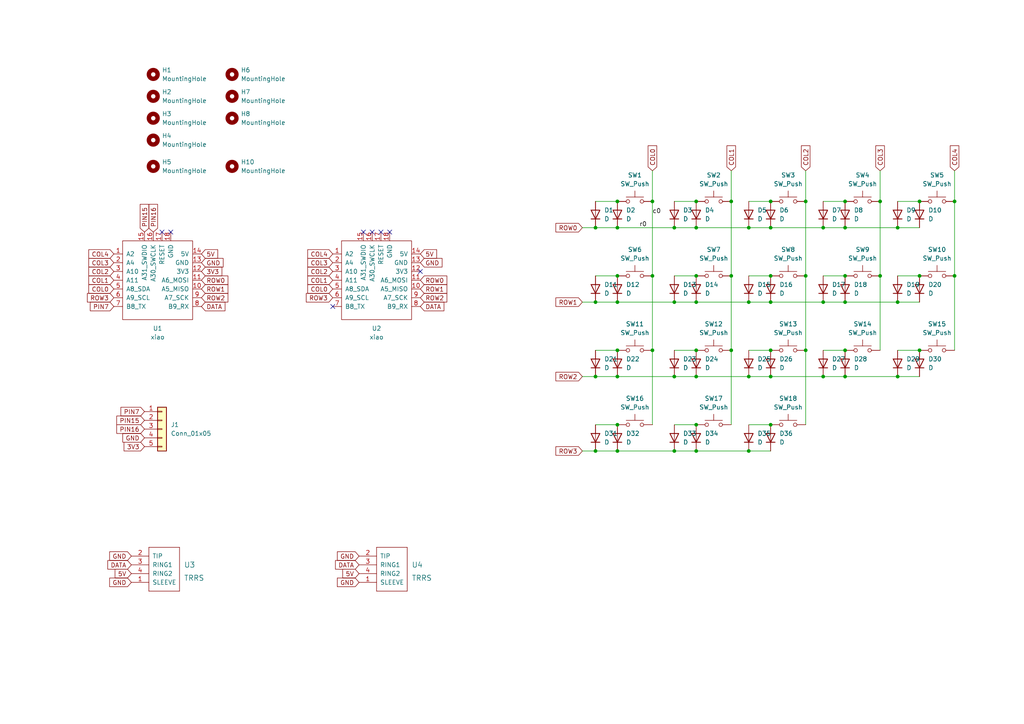
<source format=kicad_sch>
(kicad_sch (version 20230121) (generator eeschema)
  (paper "A4")
  (lib_symbols
    (symbol "Connector_Generic:Conn_01x05" (pin_names (offset 1.016) hide)
      (property "Reference" "J" (at 0 7.62 0))
      (property "Value" "Conn_01x05" (at 0 -7.62 0))
      (symbol "Conn_01x05_1_1"
        (rectangle (start -1.27 -4.953) (end 0 -5.207) (stroke (width 0.1524)))
        (rectangle (start -1.27 -2.413) (end 0 -2.667) (stroke (width 0.1524)))
        (rectangle (start -1.27 0.127) (end 0 -0.127) (stroke (width 0.1524)))
        (rectangle (start -1.27 2.667) (end 0 2.413) (stroke (width 0.1524)))
        (rectangle (start -1.27 5.207) (end 0 4.953) (stroke (width 0.1524)))
        (rectangle (start -1.27 6.35) (end 1.27 -6.35) (stroke (width 0.254)) (fill (type background)))
        (pin passive line (at -5.08 5.08 0) (length 3.81) (name "Pin_1") (number "1"))
        (pin passive line (at -5.08 2.54 0) (length 3.81) (name "Pin_2") (number "2"))
        (pin passive line (at -5.08 0 0) (length 3.81) (name "Pin_3") (number "3"))
        (pin passive line (at -5.08 -2.54 0) (length 3.81) (name "Pin_4") (number "4"))
        (pin passive line (at -5.08 -5.08 0) (length 3.81) (name "Pin_5") (number "5"))
      )
    )
    (symbol "Device:D" (pin_numbers hide) (pin_names (offset 1.016) hide)
      (property "Reference" "D" (at 0 2.54 0))
      (property "Value" "D" (at 0 -2.54 0))
      (symbol "D_0_1"
        (polyline (pts (xy -1.27 1.27) (xy -1.27 -1.27)) (stroke (width 0.254)))
        (polyline (pts (xy 1.27 0) (xy -1.27 0)))
        (polyline (pts (xy 1.27 1.27) (xy 1.27 -1.27) (xy -1.27 0) (xy 1.27 1.27)) (stroke (width 0.254)))
      )
      (symbol "D_1_1"
        (pin passive line (at -3.81 0 0) (length 2.54) (name "K") (number "1"))
        (pin passive line (at 3.81 0 180) (length 2.54) (name "A") (number "2"))
      )
    )
    (symbol "Mechanical:MountingHole" (pin_names (offset 1.016))
      (property "Reference" "H" (at 0 5.08 0))
      (property "Value" "MountingHole" (at 0 3.175 0))
      (symbol "MountingHole_0_1"
        (circle (center 0 0) (radius 1.27) (stroke (width 1.27)))
      )
    )
    (symbol "Switch:SW_Push" (pin_numbers hide) (pin_names (offset 1.016) hide)
      (property "Reference" "SW" (at 1.27 2.54 0))
      (property "Value" "SW_Push" (at 0 -1.524 0))
      (symbol "SW_Push_0_1"
        (circle (center -2.032 0) (radius 0.508))
        (polyline (pts (xy 0 1.27) (xy 0 3.048)))
        (polyline (pts (xy 2.54 1.27) (xy -2.54 1.27)))
        (circle (center 2.032 0) (radius 0.508))
        (pin passive line (at -5.08 0 0) (length 2.54) (name "1") (number "1"))
        (pin passive line (at 5.08 0 180) (length 2.54) (name "2") (number "2"))
      )
    )
    (symbol "keebio-parts:TRRS" (pin_names (offset 1.016))
      (property "Reference" "U" (at 0 15.24 0))
      (property "Value" "TRRS" (at 0 -2.54 0))
      (symbol "TRRS_0_1"
        (rectangle (start -3.81 0) (end -3.81 12.7))
        (rectangle (start -3.81 12.7) (end 5.08 12.7))
        (rectangle (start 5.08 0) (end -3.81 0))
        (rectangle (start 5.08 12.7) (end 5.08 0))
      )
      (symbol "TRRS_1_1"
        (pin input line (at -8.89 2.54 0) (length 5.08) (name "SLEEVE") (number "1"))
        (pin input line (at -8.89 10.16 0) (length 5.08) (name "TIP") (number "2"))
        (pin input line (at -8.89 7.62 0) (length 5.08) (name "RING1") (number "3"))
        (pin input line (at -8.89 5.08 0) (length 5.08) (name "RING2") (number "4"))
      )
    )
    (symbol "kleeb-mcu:xiao" (pin_names (offset 1.016))
      (property "Reference" "U" (at -10.16 15.24 0))
      (property "Value" "xiao" (at -8.89 12.7 0))
      (symbol "xiao_0_1"
        (rectangle (start -10.16 11.43) (end 10.16 -11.43))
      )
      (symbol "xiao_1_1"
        (pin bidirectional line (at -12.7 7.62 0) (length 2.54) (name "A2") (number "1"))
        (pin bidirectional line (at 12.7 -2.54 180) (length 2.54) (name "A5_MISO") (number "10"))
        (pin bidirectional line (at 12.7 0 180) (length 2.54) (name "A6_MOSI") (number "11"))
        (pin power_out line (at 12.7 2.54 180) (length 2.54) (name "3V3") (number "12"))
        (pin power_out line (at 12.7 5.08 180) (length 2.54) (name "GND") (number "13"))
        (pin power_out line (at 12.7 7.62 180) (length 2.54) (name "5V") (number "14"))
        (pin input line (at -3.81 13.97 270) (length 2.54) (name "A31_SWDIO") (number "15"))
        (pin input line (at -1.27 13.97 270) (length 2.54) (name "A30_SWCLK") (number "16"))
        (pin input line (at 1.27 13.97 270) (length 2.54) (name "RESET") (number "17"))
        (pin power_out line (at 3.81 13.97 270) (length 2.54) (name "GND") (number "18"))
        (pin bidirectional line (at -12.7 5.08 0) (length 2.54) (name "A4") (number "2"))
        (pin bidirectional line (at -12.7 2.54 0) (length 2.54) (name "A10") (number "3"))
        (pin bidirectional line (at -12.7 0 0) (length 2.54) (name "A11") (number "4"))
        (pin bidirectional line (at -12.7 -2.54 0) (length 2.54) (name "A8_SDA") (number "5"))
        (pin bidirectional line (at -12.7 -5.08 0) (length 2.54) (name "A9_SCL") (number "6"))
        (pin bidirectional line (at -12.7 -7.62 0) (length 2.54) (name "B8_TX") (number "7"))
        (pin bidirectional line (at 12.7 -7.62 180) (length 2.54) (name "B9_RX") (number "8"))
        (pin bidirectional line (at 12.7 -5.08 180) (length 2.54) (name "A7_SCK") (number "9"))
      )
    )
  )
  (junction (at 245.11 109.22))
  (junction (at 245.11 66.04))
  (junction (at 179.07 66.04))
  (junction (at 233.68 58.42))
  (junction (at 223.52 66.04))
  (junction (at 179.07 80.01))
  (junction (at 172.72 66.04))
  (junction (at 172.72 87.63))
  (junction (at 195.58 130.81))
  (junction (at 179.07 101.6))
  (junction (at 266.7 58.42))
  (junction (at 201.93 101.6))
  (junction (at 233.68 101.6))
  (junction (at 223.52 80.01))
  (junction (at 217.17 109.22))
  (junction (at 276.86 80.01))
  (junction (at 195.58 66.04))
  (junction (at 245.11 58.42))
  (junction (at 212.09 80.01))
  (junction (at 217.17 87.63))
  (junction (at 195.58 109.22))
  (junction (at 233.68 80.01))
  (junction (at 245.11 101.6))
  (junction (at 238.76 66.04))
  (junction (at 189.23 101.6))
  (junction (at 266.7 101.6))
  (junction (at 212.09 58.42))
  (junction (at 255.27 80.01))
  (junction (at 260.35 66.04))
  (junction (at 260.35 87.63))
  (junction (at 179.07 109.22))
  (junction (at 255.27 58.42))
  (junction (at 201.93 130.81))
  (junction (at 201.93 87.63))
  (junction (at 245.11 80.01))
  (junction (at 201.93 80.01))
  (junction (at 238.76 87.63))
  (junction (at 172.72 130.81))
  (junction (at 238.76 109.22))
  (junction (at 201.93 58.42))
  (junction (at 201.93 66.04))
  (junction (at 223.52 58.42))
  (junction (at 179.07 123.19))
  (junction (at 217.17 130.81))
  (junction (at 189.23 58.42))
  (junction (at 201.93 109.22))
  (junction (at 179.07 58.42))
  (junction (at 201.93 123.19))
  (junction (at 212.09 101.6))
  (junction (at 276.86 58.42))
  (junction (at 223.52 87.63))
  (junction (at 217.17 66.04))
  (junction (at 223.52 101.6))
  (junction (at 189.23 80.01))
  (junction (at 223.52 123.19))
  (junction (at 245.11 87.63))
  (junction (at 172.72 109.22))
  (junction (at 266.7 80.01))
  (junction (at 195.58 87.63))
  (junction (at 223.52 109.22))
  (junction (at 260.35 109.22))
  (junction (at 179.07 130.81))
  (junction (at 179.07 87.63))
  (no_connect (at 96.52 88.9))
  (no_connect (at 46.99 67.31))
  (no_connect (at 49.53 67.31))
  (no_connect (at 105.41 67.31))
  (no_connect (at 107.95 67.31))
  (no_connect (at 110.49 67.31))
  (no_connect (at 113.03 67.31))
  (no_connect (at 121.92 78.74))
  (wire (pts (xy 201.93 109.22) (xy 217.17 109.22)))
  (wire (pts (xy 217.17 123.19) (xy 223.52 123.19)))
  (wire (pts (xy 223.52 66.04) (xy 238.76 66.04)))
  (wire (pts (xy 195.58 123.19) (xy 201.93 123.19)))
  (wire (pts (xy 179.07 87.63) (xy 195.58 87.63)))
  (wire (pts (xy 195.58 87.63) (xy 201.93 87.63)))
  (wire (pts (xy 168.91 66.04) (xy 172.72 66.04)))
  (wire (pts (xy 201.93 87.63) (xy 217.17 87.63)))
  (wire (pts (xy 217.17 87.63) (xy 223.52 87.63)))
  (wire (pts (xy 217.17 66.04) (xy 223.52 66.04)))
  (wire (pts (xy 189.23 101.6) (xy 189.23 123.19)))
  (wire (pts (xy 276.86 49.53) (xy 276.86 58.42)))
  (wire (pts (xy 195.58 58.42) (xy 201.93 58.42)))
  (wire (pts (xy 212.09 101.6) (xy 212.09 123.19)))
  (wire (pts (xy 255.27 58.42) (xy 255.27 80.01)))
  (wire (pts (xy 233.68 101.6) (xy 233.68 123.19)))
  (wire (pts (xy 217.17 109.22) (xy 223.52 109.22)))
  (wire (pts (xy 223.52 109.22) (xy 238.76 109.22)))
  (wire (pts (xy 172.72 101.6) (xy 179.07 101.6)))
  (wire (pts (xy 212.09 49.53) (xy 212.09 58.42)))
  (wire (pts (xy 189.23 49.53) (xy 189.23 58.42)))
  (wire (pts (xy 233.68 58.42) (xy 233.68 80.01)))
  (wire (pts (xy 238.76 109.22) (xy 245.11 109.22)))
  (wire (pts (xy 172.72 80.01) (xy 179.07 80.01)))
  (wire (pts (xy 189.23 58.42) (xy 189.23 80.01)))
  (wire (pts (xy 179.07 66.04) (xy 195.58 66.04)))
  (wire (pts (xy 260.35 80.01) (xy 266.7 80.01)))
  (wire (pts (xy 168.91 87.63) (xy 172.72 87.63)))
  (wire (pts (xy 168.91 130.81) (xy 172.72 130.81)))
  (wire (pts (xy 172.72 123.19) (xy 179.07 123.19)))
  (wire (pts (xy 172.72 58.42) (xy 179.07 58.42)))
  (wire (pts (xy 238.76 80.01) (xy 245.11 80.01)))
  (wire (pts (xy 233.68 49.53) (xy 233.68 58.42)))
  (wire (pts (xy 172.72 87.63) (xy 179.07 87.63)))
  (wire (pts (xy 195.58 109.22) (xy 201.93 109.22)))
  (wire (pts (xy 217.17 130.81) (xy 223.52 130.81)))
  (wire (pts (xy 195.58 80.01) (xy 201.93 80.01)))
  (wire (pts (xy 238.76 66.04) (xy 245.11 66.04)))
  (wire (pts (xy 233.68 80.01) (xy 233.68 101.6)))
  (wire (pts (xy 238.76 87.63) (xy 245.11 87.63)))
  (wire (pts (xy 189.23 80.01) (xy 189.23 101.6)))
  (wire (pts (xy 172.72 66.04) (xy 179.07 66.04)))
  (wire (pts (xy 172.72 109.22) (xy 179.07 109.22)))
  (wire (pts (xy 195.58 66.04) (xy 201.93 66.04)))
  (wire (pts (xy 212.09 58.42) (xy 212.09 80.01)))
  (wire (pts (xy 260.35 109.22) (xy 266.7 109.22)))
  (wire (pts (xy 179.07 130.81) (xy 195.58 130.81)))
  (wire (pts (xy 217.17 101.6) (xy 223.52 101.6)))
  (wire (pts (xy 195.58 130.81) (xy 201.93 130.81)))
  (wire (pts (xy 168.91 109.22) (xy 172.72 109.22)))
  (wire (pts (xy 245.11 87.63) (xy 260.35 87.63)))
  (wire (pts (xy 238.76 101.6) (xy 245.11 101.6)))
  (wire (pts (xy 255.27 49.53) (xy 255.27 58.42)))
  (wire (pts (xy 223.52 87.63) (xy 238.76 87.63)))
  (wire (pts (xy 255.27 80.01) (xy 255.27 101.6)))
  (wire (pts (xy 217.17 58.42) (xy 223.52 58.42)))
  (wire (pts (xy 260.35 66.04) (xy 266.7 66.04)))
  (wire (pts (xy 260.35 87.63) (xy 266.7 87.63)))
  (wire (pts (xy 260.35 101.6) (xy 266.7 101.6)))
  (wire (pts (xy 245.11 66.04) (xy 260.35 66.04)))
  (wire (pts (xy 212.09 80.01) (xy 212.09 101.6)))
  (wire (pts (xy 195.58 101.6) (xy 201.93 101.6)))
  (wire (pts (xy 172.72 130.81) (xy 179.07 130.81)))
  (wire (pts (xy 245.11 109.22) (xy 260.35 109.22)))
  (wire (pts (xy 276.86 58.42) (xy 276.86 80.01)))
  (wire (pts (xy 217.17 80.01) (xy 223.52 80.01)))
  (wire (pts (xy 238.76 58.42) (xy 245.11 58.42)))
  (wire (pts (xy 260.35 58.42) (xy 266.7 58.42)))
  (wire (pts (xy 201.93 66.04) (xy 217.17 66.04)))
  (wire (pts (xy 201.93 130.81) (xy 217.17 130.81)))
  (wire (pts (xy 276.86 80.01) (xy 276.86 101.6)))
  (wire (pts (xy 179.07 109.22) (xy 195.58 109.22)))
  (label "c0" (at 189.23 62.23 0))
  (label "r0" (at 185.42 66.04 0))
  (global_label "COL1" (shape input) (at 96.52 81.28 180) (property "Intersheetrefs" "${INTERSHEET_REFS}" (effects hide)))
  (global_label "COL0" (shape input) (at 189.23 49.53 90) (property "Intersheetrefs" "${INTERSHEET_REFS}" (effects hide)))
  (global_label "COL0" (shape input) (at 33.02 83.82 180) (property "Intersheetrefs" "${INTERSHEET_REFS}" (effects hide)))
  (global_label "ROW2" (shape input) (at 168.91 109.22 180) (property "Intersheetrefs" "${INTERSHEET_REFS}" (effects hide)))
  (global_label "3V3" (shape input) (at 58.42 78.74 0) (property "Intersheetrefs" "${INTERSHEET_REFS}" (effects hide)))
  (global_label "5V" (shape input) (at 121.92 73.66 0) (property "Intersheetrefs" "${INTERSHEET_REFS}" (effects hide)))
  (global_label "ROW1" (shape input) (at 121.92 83.82 0) (property "Intersheetrefs" "${INTERSHEET_REFS}" (effects hide)))
  (global_label "ROW3" (shape input) (at 33.02 86.36 180) (property "Intersheetrefs" "${INTERSHEET_REFS}" (effects hide)))
  (global_label "COL2" (shape input) (at 233.68 49.53 90) (property "Intersheetrefs" "${INTERSHEET_REFS}" (effects hide)))
  (global_label "DATA" (shape input) (at 104.14 163.83 180) (property "Intersheetrefs" "${INTERSHEET_REFS}" (effects hide)))
  (global_label "GND" (shape input) (at 104.14 161.29 180) (property "Intersheetrefs" "${INTERSHEET_REFS}" (effects hide)))
  (global_label "DATA" (shape input) (at 58.42 88.9 0) (property "Intersheetrefs" "${INTERSHEET_REFS}" (effects hide)))
  (global_label "5V" (shape input) (at 58.42 73.66 0) (property "Intersheetrefs" "${INTERSHEET_REFS}" (effects hide)))
  (global_label "GND" (shape input) (at 38.1 161.29 180) (property "Intersheetrefs" "${INTERSHEET_REFS}" (effects hide)))
  (global_label "GND" (shape input) (at 41.91 127 180) (property "Intersheetrefs" "${INTERSHEET_REFS}" (effects hide)))
  (global_label "COL0" (shape input) (at 96.52 83.82 180) (property "Intersheetrefs" "${INTERSHEET_REFS}" (effects hide)))
  (global_label "COL3" (shape input) (at 96.52 76.2 180) (property "Intersheetrefs" "${INTERSHEET_REFS}" (effects hide)))
  (global_label "PIN7" (shape input) (at 41.91 119.38 180) (property "Intersheetrefs" "${INTERSHEET_REFS}" (effects hide)))
  (global_label "COL4" (shape input) (at 33.02 73.66 180) (property "Intersheetrefs" "${INTERSHEET_REFS}" (effects hide)))
  (global_label "COL3" (shape input) (at 33.02 76.2 180) (property "Intersheetrefs" "${INTERSHEET_REFS}" (effects hide)))
  (global_label "COL1" (shape input) (at 212.09 49.53 90) (property "Intersheetrefs" "${INTERSHEET_REFS}" (effects hide)))
  (global_label "ROW0" (shape input) (at 58.42 81.28 0) (property "Intersheetrefs" "${INTERSHEET_REFS}" (effects hide)))
  (global_label "3V3" (shape input) (at 41.91 129.54 180) (property "Intersheetrefs" "${INTERSHEET_REFS}" (effects hide)))
  (global_label "COL2" (shape input) (at 33.02 78.74 180) (property "Intersheetrefs" "${INTERSHEET_REFS}" (effects hide)))
  (global_label "COL2" (shape input) (at 96.52 78.74 180) (property "Intersheetrefs" "${INTERSHEET_REFS}" (effects hide)))
  (global_label "5V" (shape input) (at 104.14 166.37 180) (property "Intersheetrefs" "${INTERSHEET_REFS}" (effects hide)))
  (global_label "PIN7" (shape input) (at 33.02 88.9 180) (property "Intersheetrefs" "${INTERSHEET_REFS}" (effects hide)))
  (global_label "COL1" (shape input) (at 33.02 81.28 180) (property "Intersheetrefs" "${INTERSHEET_REFS}" (effects hide)))
  (global_label "ROW1" (shape input) (at 58.42 83.82 0) (property "Intersheetrefs" "${INTERSHEET_REFS}" (effects hide)))
  (global_label "GND" (shape input) (at 104.14 168.91 180) (property "Intersheetrefs" "${INTERSHEET_REFS}" (effects hide)))
  (global_label "COL4" (shape input) (at 276.86 49.53 90) (property "Intersheetrefs" "${INTERSHEET_REFS}" (effects hide)))
  (global_label "ROW0" (shape input) (at 121.92 81.28 0) (property "Intersheetrefs" "${INTERSHEET_REFS}" (effects hide)))
  (global_label "ROW2" (shape input) (at 58.42 86.36 0) (property "Intersheetrefs" "${INTERSHEET_REFS}" (effects hide)))
  (global_label "DATA" (shape input) (at 121.92 88.9 0) (property "Intersheetrefs" "${INTERSHEET_REFS}" (effects hide)))
  (global_label "COL4" (shape input) (at 96.52 73.66 180) (property "Intersheetrefs" "${INTERSHEET_REFS}" (effects hide)))
  (global_label "GND" (shape input) (at 121.92 76.2 0) (property "Intersheetrefs" "${INTERSHEET_REFS}" (effects hide)))
  (global_label "GND" (shape input) (at 38.1 168.91 180) (property "Intersheetrefs" "${INTERSHEET_REFS}" (effects hide)))
  (global_label "ROW3" (shape input) (at 96.52 86.36 180) (property "Intersheetrefs" "${INTERSHEET_REFS}" (effects hide)))
  (global_label "ROW0" (shape input) (at 168.91 66.04 180) (property "Intersheetrefs" "${INTERSHEET_REFS}" (effects hide)))
  (global_label "GND" (shape input) (at 58.42 76.2 0) (property "Intersheetrefs" "${INTERSHEET_REFS}" (effects hide)))
  (global_label "DATA" (shape input) (at 38.1 163.83 180) (property "Intersheetrefs" "${INTERSHEET_REFS}" (effects hide)))
  (global_label "5V" (shape input) (at 38.1 166.37 180) (property "Intersheetrefs" "${INTERSHEET_REFS}" (effects hide)))
  (global_label "ROW3" (shape input) (at 168.91 130.81 180) (property "Intersheetrefs" "${INTERSHEET_REFS}" (effects hide)))
  (global_label "ROW2" (shape input) (at 121.92 86.36 0) (property "Intersheetrefs" "${INTERSHEET_REFS}" (effects hide)))
  (global_label "PIN15" (shape input) (at 41.91 67.31 90) (property "Intersheetrefs" "${INTERSHEET_REFS}" (effects hide)))
  (global_label "PIN15" (shape input) (at 41.91 121.92 180) (property "Intersheetrefs" "${INTERSHEET_REFS}" (effects hide)))
  (global_label "PIN16" (shape input) (at 44.45 67.31 90) (property "Intersheetrefs" "${INTERSHEET_REFS}" (effects hide)))
  (global_label "ROW1" (shape input) (at 168.91 87.63 180) (property "Intersheetrefs" "${INTERSHEET_REFS}" (effects hide)))
  (global_label "COL3" (shape input) (at 255.27 49.53 90) (property "Intersheetrefs" "${INTERSHEET_REFS}" (effects hide)))
  (global_label "PIN16" (shape input) (at 41.91 124.46 180) (property "Intersheetrefs" "${INTERSHEET_REFS}" (effects hide)))
  (symbol (lib_id "Device:D") (at 260.35 105.41 90) (unit 1)
    (property "Reference" "D29" (at 262.89 104.1399 90) (effects (justify right)))
    (property "Value" "D" (at 262.89 106.6799 90) (effects (justify right)))
    (property "Footprint" "misc:0805_diode" (effects hide))
  )
  (symbol (lib_id "Device:D") (at 201.93 105.41 90) (unit 1)
    (property "Reference" "D24" (at 204.47 104.1399 90) (effects (justify right)))
    (property "Value" "D" (at 204.47 106.6799 90) (effects (justify right)))
    (property "Footprint" "misc:0805_diode" (effects hide))
  )
  (symbol (lib_id "Device:D") (at 245.11 105.41 90) (unit 1)
    (property "Reference" "D28" (at 247.65 104.1399 90) (effects (justify right)))
    (property "Value" "D" (at 247.65 106.6799 90) (effects (justify right)))
    (property "Footprint" "misc:0805_diode" (effects hide))
  )
  (symbol (lib_id "Device:D") (at 195.58 62.23 90) (unit 1)
    (property "Reference" "D3" (at 198.12 60.9599 90) (effects (justify right)))
    (property "Value" "D" (at 198.12 63.4999 90) (effects (justify right)))
    (property "Footprint" "misc:0805_diode" (effects hide))
  )
  (symbol (lib_id "Device:D") (at 217.17 83.82 90) (unit 1)
    (property "Reference" "D15" (at 219.71 82.5499 90) (effects (justify right)))
    (property "Value" "D" (at 219.71 85.0899 90) (effects (justify right)))
    (property "Footprint" "misc:0805_diode" (effects hide))
  )
  (symbol (lib_id "Switch:SW_Push") (at 250.19 58.42 0) (unit 1)
    (property "Reference" "SW4" (at 250.19 50.8 0))
    (property "Value" "SW_Push" (at 250.19 53.34 0))
    (property "Footprint" "keyswitches:Kailh_socket_PG1350_optional_reversible" (effects hide))
  )
  (symbol (lib_id "Device:D") (at 260.35 83.82 90) (unit 1)
    (property "Reference" "D19" (at 262.89 82.5499 90) (effects (justify right)))
    (property "Value" "D" (at 262.89 85.0899 90) (effects (justify right)))
    (property "Footprint" "misc:0805_diode" (effects hide))
  )
  (symbol (lib_id "Device:D") (at 179.07 62.23 90) (unit 1)
    (property "Reference" "D2" (at 181.61 60.9599 90) (effects (justify right)))
    (property "Value" "D" (at 181.61 63.4999 90) (effects (justify right)))
    (property "Footprint" "misc:0805_diode" (effects hide))
  )
  (symbol (lib_id "Switch:SW_Push") (at 228.6 101.6 0) (unit 1)
    (property "Reference" "SW13" (at 228.6 93.98 0))
    (property "Value" "SW_Push" (at 228.6 96.52 0))
    (property "Footprint" "keyswitches:Kailh_socket_PG1350_optional_reversible" (effects hide))
  )
  (symbol (lib_id "Device:D") (at 260.35 62.23 90) (unit 1)
    (property "Reference" "D9" (at 262.89 60.9599 90) (effects (justify right)))
    (property "Value" "D" (at 262.89 63.4999 90) (effects (justify right)))
    (property "Footprint" "misc:0805_diode" (effects hide))
  )
  (symbol (lib_id "Switch:SW_Push") (at 271.78 58.42 0) (unit 1)
    (property "Reference" "SW5" (at 271.78 50.8 0))
    (property "Value" "SW_Push" (at 271.78 53.34 0))
    (property "Footprint" "keyswitches:Kailh_socket_PG1350_optional_reversible" (effects hide))
  )
  (symbol (lib_id "Mechanical:MountingHole") (at 67.31 21.59 0) (unit 1)
    (property "Reference" "H6" (at 69.85 20.3199 0) (effects (justify left)))
    (property "Value" "MountingHole" (at 69.85 22.8599 0) (effects (justify left)))
    (property "Footprint" "MountingHole:MountingHole_2.2mm_M2_DIN965_Pad" (effects hide))
  )
  (symbol (lib_id "Device:D") (at 195.58 105.41 90) (unit 1)
    (property "Reference" "D23" (at 198.12 104.1399 90) (effects (justify right)))
    (property "Value" "D" (at 198.12 106.6799 90) (effects (justify right)))
    (property "Footprint" "misc:0805_diode" (effects hide))
  )
  (symbol (lib_id "Switch:SW_Push") (at 250.19 101.6 0) (unit 1)
    (property "Reference" "SW14" (at 250.19 93.98 0))
    (property "Value" "SW_Push" (at 250.19 96.52 0))
    (property "Footprint" "keyswitches:Kailh_socket_PG1350_optional_reversible" (effects hide))
  )
  (symbol (lib_id "Switch:SW_Push") (at 228.6 80.01 0) (unit 1)
    (property "Reference" "SW8" (at 228.6 72.39 0))
    (property "Value" "SW_Push" (at 228.6 74.93 0))
    (property "Footprint" "keyswitches:Kailh_socket_PG1350_optional_reversible" (effects hide))
  )
  (symbol (lib_id "Switch:SW_Push") (at 228.6 123.19 0) (unit 1)
    (property "Reference" "SW18" (at 228.6 115.57 0))
    (property "Value" "SW_Push" (at 228.6 118.11 0))
    (property "Footprint" "keyswitches:SW_PG1350_reversible_rotatable" (effects hide))
  )
  (symbol (lib_id "Mechanical:MountingHole") (at 67.31 48.26 0) (unit 1)
    (property "Reference" "H10" (at 69.85 46.9899 0) (effects (justify left)))
    (property "Value" "MountingHole" (at 69.85 49.5299 0) (effects (justify left)))
    (property "Footprint" "MountingHole:MountingHole_2.2mm_M2_DIN965_Pad" (effects hide))
  )
  (symbol (lib_id "Device:D") (at 266.7 83.82 90) (unit 1)
    (property "Reference" "D20" (at 269.24 82.5499 90) (effects (justify right)))
    (property "Value" "D" (at 269.24 85.0899 90) (effects (justify right)))
    (property "Footprint" "misc:0805_diode" (effects hide))
  )
  (symbol (lib_id "Connector_Generic:Conn_01x05") (at 46.99 124.46 0) (unit 1)
    (property "Reference" "J1" (at 49.53 123.1899 0) (effects (justify left)))
    (property "Value" "Conn_01x05" (at 49.53 125.7299 0) (effects (justify left)))
    (property "Footprint" "Connector_PinHeader_2.54mm:PinHeader_1x05_P2.54mm_Vertical" (effects hide))
  )
  (symbol (lib_id "Device:D") (at 179.07 105.41 90) (unit 1)
    (property "Reference" "D22" (at 181.61 104.1399 90) (effects (justify right)))
    (property "Value" "D" (at 181.61 106.6799 90) (effects (justify right)))
    (property "Footprint" "misc:0805_diode" (effects hide))
  )
  (symbol (lib_id "Mechanical:MountingHole") (at 44.45 34.29 0) (unit 1)
    (property "Reference" "H3" (at 46.99 33.0199 0) (effects (justify left)))
    (property "Value" "MountingHole" (at 46.99 35.5599 0) (effects (justify left)))
    (property "Footprint" "MountingHole:MountingHole_2.2mm_M2_DIN965_Pad" (effects hide))
  )
  (symbol (lib_id "Device:D") (at 195.58 127 90) (unit 1)
    (property "Reference" "D33" (at 198.12 125.7299 90) (effects (justify right)))
    (property "Value" "D" (at 198.12 128.2699 90) (effects (justify right)))
    (property "Footprint" "misc:0805_diode" (effects hide))
  )
  (symbol (lib_id "Mechanical:MountingHole") (at 44.45 40.64 0) (unit 1)
    (property "Reference" "H4" (at 46.99 39.3699 0) (effects (justify left)))
    (property "Value" "MountingHole" (at 46.99 41.9099 0) (effects (justify left)))
    (property "Footprint" "MountingHole:MountingHole_2.2mm_M2_DIN965_Pad" (effects hide))
  )
  (symbol (lib_id "Device:D") (at 245.11 62.23 90) (unit 1)
    (property "Reference" "D8" (at 247.65 60.9599 90) (effects (justify right)))
    (property "Value" "D" (at 247.65 63.4999 90) (effects (justify right)))
    (property "Footprint" "misc:0805_diode" (effects hide))
  )
  (symbol (lib_id "Device:D") (at 223.52 62.23 90) (unit 1)
    (property "Reference" "D6" (at 226.06 60.9599 90) (effects (justify right)))
    (property "Value" "D" (at 226.06 63.4999 90) (effects (justify right)))
    (property "Footprint" "misc:0805_diode" (effects hide))
  )
  (symbol (lib_id "Mechanical:MountingHole") (at 67.31 34.29 0) (unit 1)
    (property "Reference" "H8" (at 69.85 33.0199 0) (effects (justify left)))
    (property "Value" "MountingHole" (at 69.85 35.5599 0) (effects (justify left)))
    (property "Footprint" "MountingHole:MountingHole_2.2mm_M2_DIN965_Pad" (effects hide))
  )
  (symbol (lib_id "Switch:SW_Push") (at 184.15 123.19 0) (unit 1)
    (property "Reference" "SW16" (at 184.15 115.57 0))
    (property "Value" "SW_Push" (at 184.15 118.11 0))
    (property "Footprint" "keyswitches:SW_PG1350_reversible_rotatable" (effects hide))
  )
  (symbol (lib_id "Mechanical:MountingHole") (at 44.45 27.94 0) (unit 1)
    (property "Reference" "H2" (at 46.99 26.6699 0) (effects (justify left)))
    (property "Value" "MountingHole" (at 46.99 29.2099 0) (effects (justify left)))
    (property "Footprint" "MountingHole:MountingHole_2.2mm_M2_DIN965_Pad" (effects hide))
  )
  (symbol (lib_id "Switch:SW_Push") (at 184.15 101.6 0) (unit 1)
    (property "Reference" "SW11" (at 184.15 93.98 0))
    (property "Value" "SW_Push" (at 184.15 96.52 0))
    (property "Footprint" "keyswitches:Kailh_socket_PG1350_optional_reversible" (effects hide))
  )
  (symbol (lib_id "Device:D") (at 172.72 62.23 90) (unit 1)
    (property "Reference" "D1" (at 175.26 60.9599 90) (effects (justify right)))
    (property "Value" "D" (at 175.26 63.4999 90) (effects (justify right)))
    (property "Footprint" "misc:0805_diode" (effects hide))
  )
  (symbol (lib_id "Switch:SW_Push") (at 184.15 80.01 0) (unit 1)
    (property "Reference" "SW6" (at 184.15 72.39 0))
    (property "Value" "SW_Push" (at 184.15 74.93 0))
    (property "Footprint" "keyswitches:Kailh_socket_PG1350_optional_reversible" (effects hide))
  )
  (symbol (lib_id "Switch:SW_Push") (at 250.19 80.01 0) (unit 1)
    (property "Reference" "SW9" (at 250.19 72.39 0))
    (property "Value" "SW_Push" (at 250.19 74.93 0))
    (property "Footprint" "keyswitches:Kailh_socket_PG1350_optional_reversible" (effects hide))
  )
  (symbol (lib_id "Device:D") (at 223.52 105.41 90) (unit 1)
    (property "Reference" "D26" (at 226.06 104.1399 90) (effects (justify right)))
    (property "Value" "D" (at 226.06 106.6799 90) (effects (justify right)))
    (property "Footprint" "misc:0805_diode" (effects hide))
  )
  (symbol (lib_id "Mechanical:MountingHole") (at 44.45 48.26 0) (unit 1)
    (property "Reference" "H5" (at 46.99 46.9899 0) (effects (justify left)))
    (property "Value" "MountingHole" (at 46.99 49.5299 0) (effects (justify left)))
    (property "Footprint" "MountingHole:MountingHole_2.2mm_M2_DIN965_Pad" (effects hide))
  )
  (symbol (lib_id "Switch:SW_Push") (at 184.15 58.42 0) (unit 1)
    (property "Reference" "SW1" (at 184.15 50.8 0))
    (property "Value" "SW_Push" (at 184.15 53.34 0))
    (property "Footprint" "keyswitches:Kailh_socket_PG1350_optional_reversible" (effects hide))
  )
  (symbol (lib_id "Device:D") (at 179.07 83.82 90) (unit 1)
    (property "Reference" "D12" (at 181.61 82.5499 90) (effects (justify right)))
    (property "Value" "D" (at 181.61 85.0899 90) (effects (justify right)))
    (property "Footprint" "misc:0805_diode" (effects hide))
  )
  (symbol (lib_id "Device:D") (at 201.93 62.23 90) (unit 1)
    (property "Reference" "D4" (at 204.47 60.9599 90) (effects (justify right)))
    (property "Value" "D" (at 204.47 63.4999 90) (effects (justify right)))
    (property "Footprint" "misc:0805_diode" (effects hide))
  )
  (symbol (lib_id "Device:D") (at 217.17 62.23 90) (unit 1)
    (property "Reference" "D5" (at 219.71 60.9599 90) (effects (justify right)))
    (property "Value" "D" (at 219.71 63.4999 90) (effects (justify right)))
    (property "Footprint" "misc:0805_diode" (effects hide))
  )
  (symbol (lib_id "Device:D") (at 179.07 127 90) (unit 1)
    (property "Reference" "D32" (at 181.61 125.7299 90) (effects (justify right)))
    (property "Value" "D" (at 181.61 128.2699 90) (effects (justify right)))
    (property "Footprint" "misc:0805_diode" (effects hide))
  )
  (symbol (lib_id "Mechanical:MountingHole") (at 44.45 21.59 0) (unit 1)
    (property "Reference" "H1" (at 46.99 20.3199 0) (effects (justify left)))
    (property "Value" "MountingHole" (at 46.99 22.8599 0) (effects (justify left)))
    (property "Footprint" "MountingHole:MountingHole_2.2mm_M2_DIN965_Pad" (effects hide))
  )
  (symbol (lib_id "Switch:SW_Push") (at 207.01 58.42 0) (unit 1)
    (property "Reference" "SW2" (at 207.01 50.8 0))
    (property "Value" "SW_Push" (at 207.01 53.34 0))
    (property "Footprint" "keyswitches:Kailh_socket_PG1350_optional_reversible" (effects hide))
  )
  (symbol (lib_id "Device:D") (at 195.58 83.82 90) (unit 1)
    (property "Reference" "D13" (at 198.12 82.5499 90) (effects (justify right)))
    (property "Value" "D" (at 198.12 85.0899 90) (effects (justify right)))
    (property "Footprint" "misc:0805_diode" (effects hide))
  )
  (symbol (lib_id "Switch:SW_Push") (at 207.01 101.6 0) (unit 1)
    (property "Reference" "SW12" (at 207.01 93.98 0))
    (property "Value" "SW_Push" (at 207.01 96.52 0))
    (property "Footprint" "keyswitches:Kailh_socket_PG1350_optional_reversible" (effects hide))
  )
  (symbol (lib_id "Mechanical:MountingHole") (at 67.31 27.94 0) (unit 1)
    (property "Reference" "H7" (at 69.85 26.6699 0) (effects (justify left)))
    (property "Value" "MountingHole" (at 69.85 29.2099 0) (effects (justify left)))
    (property "Footprint" "MountingHole:MountingHole_2.2mm_M2_DIN965_Pad" (effects hide))
  )
  (symbol (lib_id "Device:D") (at 266.7 105.41 90) (unit 1)
    (property "Reference" "D30" (at 269.24 104.1399 90) (effects (justify right)))
    (property "Value" "D" (at 269.24 106.6799 90) (effects (justify right)))
    (property "Footprint" "misc:0805_diode" (effects hide))
  )
  (symbol (lib_id "Device:D") (at 172.72 83.82 90) (unit 1)
    (property "Reference" "D11" (at 175.26 82.5499 90) (effects (justify right)))
    (property "Value" "D" (at 175.26 85.0899 90) (effects (justify right)))
    (property "Footprint" "misc:0805_diode" (effects hide))
  )
  (symbol (lib_id "Device:D") (at 223.52 83.82 90) (unit 1)
    (property "Reference" "D16" (at 226.06 82.5499 90) (effects (justify right)))
    (property "Value" "D" (at 226.06 85.0899 90) (effects (justify right)))
    (property "Footprint" "misc:0805_diode" (effects hide))
  )
  (symbol (lib_id "kleeb-mcu:xiao") (at 109.22 81.28 0) (unit 1)
    (property "Reference" "U2" (at 109.22 95.25 0))
    (property "Value" "xiao" (at 109.22 97.79 0))
    (property "Footprint" "mcu:xiao-smd" (effects hide))
  )
  (symbol (lib_id "Device:D") (at 223.52 127 90) (unit 1)
    (property "Reference" "D36" (at 226.06 125.7299 90) (effects (justify right)))
    (property "Value" "D" (at 226.06 128.2699 90) (effects (justify right)))
    (property "Footprint" "misc:0805_diode" (effects hide))
  )
  (symbol (lib_id "Switch:SW_Push") (at 271.78 80.01 0) (unit 1)
    (property "Reference" "SW10" (at 271.78 72.39 0))
    (property "Value" "SW_Push" (at 271.78 74.93 0))
    (property "Footprint" "keyswitches:Kailh_socket_PG1350_optional_reversible" (effects hide))
  )
  (symbol (lib_id "Switch:SW_Push") (at 271.78 101.6 0) (unit 1)
    (property "Reference" "SW15" (at 271.78 93.98 0))
    (property "Value" "SW_Push" (at 271.78 96.52 0))
    (property "Footprint" "keyswitches:Kailh_socket_PG1350_optional_reversible" (effects hide))
  )
  (symbol (lib_id "keebio-parts:TRRS") (at 113.03 171.45 0) (unit 1)
    (property "Reference" "U4" (at 119.38 163.83 0) (effects (font (size 1.524 1.524)) (justify left)))
    (property "Value" "TRRS" (at 119.38 167.64 0) (effects (font (size 1.524 1.524)) (justify left)))
    (property "Footprint" "Keebio-Parts:TRRS-PJ-320A" (effects hide))
  )
  (symbol (lib_id "Device:D") (at 201.93 127 90) (unit 1)
    (property "Reference" "D34" (at 204.47 125.7299 90) (effects (justify right)))
    (property "Value" "D" (at 204.47 128.2699 90) (effects (justify right)))
    (property "Footprint" "misc:0805_diode" (effects hide))
  )
  (symbol (lib_id "Device:D") (at 245.11 83.82 90) (unit 1)
    (property "Reference" "D18" (at 247.65 82.5499 90) (effects (justify right)))
    (property "Value" "D" (at 247.65 85.0899 90) (effects (justify right)))
    (property "Footprint" "misc:0805_diode" (effects hide))
  )
  (symbol (lib_id "Device:D") (at 172.72 105.41 90) (unit 1)
    (property "Reference" "D21" (at 175.26 104.1399 90) (effects (justify right)))
    (property "Value" "D" (at 175.26 106.6799 90) (effects (justify right)))
    (property "Footprint" "misc:0805_diode" (effects hide))
  )
  (symbol (lib_id "Switch:SW_Push") (at 207.01 80.01 0) (unit 1)
    (property "Reference" "SW7" (at 207.01 72.39 0))
    (property "Value" "SW_Push" (at 207.01 74.93 0))
    (property "Footprint" "keyswitches:Kailh_socket_PG1350_optional_reversible" (effects hide))
  )
  (symbol (lib_id "Device:D") (at 238.76 105.41 90) (unit 1)
    (property "Reference" "D27" (at 241.3 104.1399 90) (effects (justify right)))
    (property "Value" "D" (at 241.3 106.6799 90) (effects (justify right)))
    (property "Footprint" "misc:0805_diode" (effects hide))
  )
  (symbol (lib_id "Device:D") (at 172.72 127 90) (unit 1)
    (property "Reference" "D31" (at 175.26 125.7299 90) (effects (justify right)))
    (property "Value" "D" (at 175.26 128.2699 90) (effects (justify right)))
    (property "Footprint" "misc:0805_diode" (effects hide))
  )
  (symbol (lib_id "Switch:SW_Push") (at 228.6 58.42 0) (unit 1)
    (property "Reference" "SW3" (at 228.6 50.8 0))
    (property "Value" "SW_Push" (at 228.6 53.34 0))
    (property "Footprint" "keyswitches:Kailh_socket_PG1350_optional_reversible" (effects hide))
  )
  (symbol (lib_id "Switch:SW_Push") (at 207.01 123.19 0) (unit 1)
    (property "Reference" "SW17" (at 207.01 115.57 0))
    (property "Value" "SW_Push" (at 207.01 118.11 0))
    (property "Footprint" "keyswitches:SW_PG1350_reversible_rotatable" (effects hide))
  )
  (symbol (lib_id "Device:D") (at 201.93 83.82 90) (unit 1)
    (property "Reference" "D14" (at 204.47 82.5499 90) (effects (justify right)))
    (property "Value" "D" (at 204.47 85.0899 90) (effects (justify right)))
    (property "Footprint" "misc:0805_diode" (effects hide))
  )
  (symbol (lib_id "Device:D") (at 238.76 83.82 90) (unit 1)
    (property "Reference" "D17" (at 241.3 82.5499 90) (effects (justify right)))
    (property "Value" "D" (at 241.3 85.0899 90) (effects (justify right)))
    (property "Footprint" "misc:0805_diode" (effects hide))
  )
  (symbol (lib_id "Device:D") (at 238.76 62.23 90) (unit 1)
    (property "Reference" "D7" (at 241.3 60.9599 90) (effects (justify right)))
    (property "Value" "D" (at 241.3 63.4999 90) (effects (justify right)))
    (property "Footprint" "misc:0805_diode" (effects hide))
  )
  (symbol (lib_id "Device:D") (at 217.17 105.41 90) (unit 1)
    (property "Reference" "D25" (at 219.71 104.1399 90) (effects (justify right)))
    (property "Value" "D" (at 219.71 106.6799 90) (effects (justify right)))
    (property "Footprint" "misc:0805_diode" (effects hide))
  )
  (symbol (lib_id "Device:D") (at 217.17 127 90) (unit 1)
    (property "Reference" "D35" (at 219.71 125.7299 90) (effects (justify right)))
    (property "Value" "D" (at 219.71 128.2699 90) (effects (justify right)))
    (property "Footprint" "misc:0805_diode" (effects hide))
  )
  (symbol (lib_id "kleeb-mcu:xiao") (at 45.72 81.28 0) (unit 1)
    (property "Reference" "U1" (at 45.72 95.25 0))
    (property "Value" "xiao" (at 45.72 97.79 0))
    (property "Footprint" "mcu:xiao-smd" (effects hide))
  )
  (symbol (lib_id "keebio-parts:TRRS") (at 46.99 171.45 0) (unit 1)
    (property "Reference" "U3" (at 53.34 163.83 0) (effects (font (size 1.524 1.524)) (justify left)))
    (property "Value" "TRRS" (at 53.34 167.64 0) (effects (font (size 1.524 1.524)) (justify left)))
    (property "Footprint" "Keebio-Parts:TRRS-PJ-320A" (effects hide))
  )
  (symbol (lib_id "Device:D") (at 266.7 62.23 90) (unit 1)
    (property "Reference" "D10" (at 269.24 60.9599 90) (effects (justify right)))
    (property "Value" "D" (at 269.24 63.4999 90) (effects (justify right)))
    (property "Footprint" "misc:0805_diode" (effects hide))
  )
)
</source>
